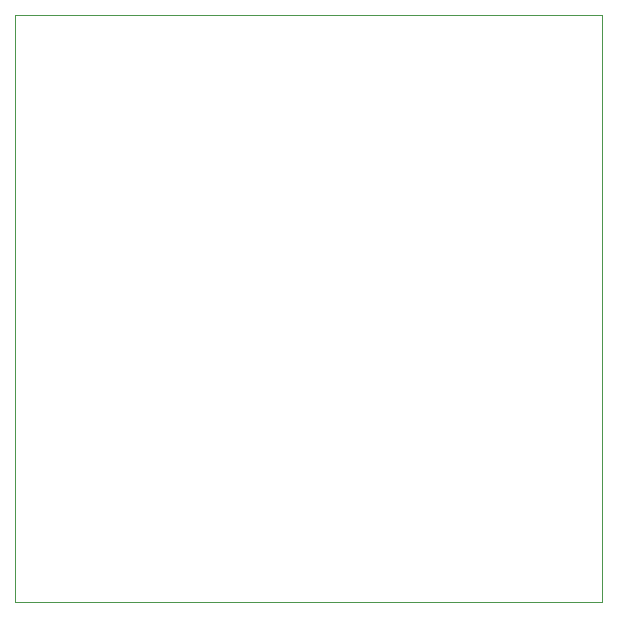
<source format=gbp>
G75*
%MOIN*%
%OFA0B0*%
%FSLAX25Y25*%
%IPPOS*%
%LPD*%
%AMOC8*
5,1,8,0,0,1.08239X$1,22.5*
%
%ADD10C,0.00000*%
D10*
X0001000Y0001000D02*
X0001000Y0196850D01*
X0196850Y0196850D01*
X0196850Y0001000D01*
X0001000Y0001000D01*
M02*

</source>
